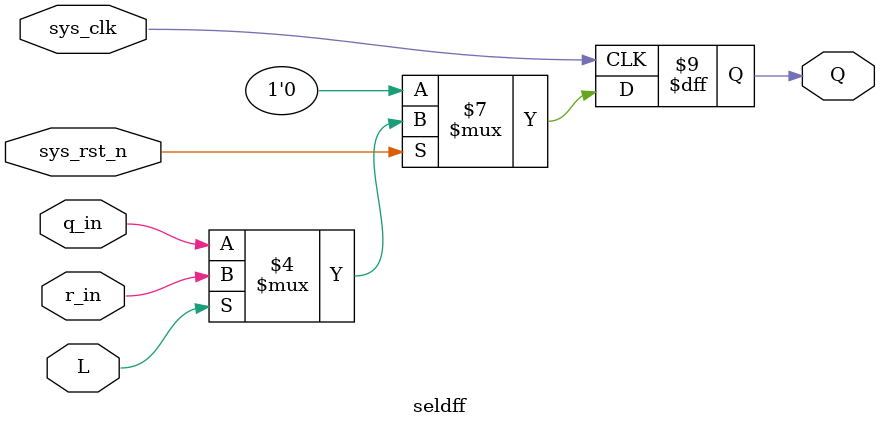
<source format=v>
module seldff(
    input    sys_clk,
    input    sys_rst_n,
    input    L,
    input    r_in,
    input    q_in,
    output   Q
);

	// 代码量预计6行
    reg Q;

    always @(posedge sys_clk) begin
        if(~sys_rst_n) Q <= 1'b0;
        else if(L) Q <= r_in;
        else Q <= q_in;
    end

endmodule

</source>
